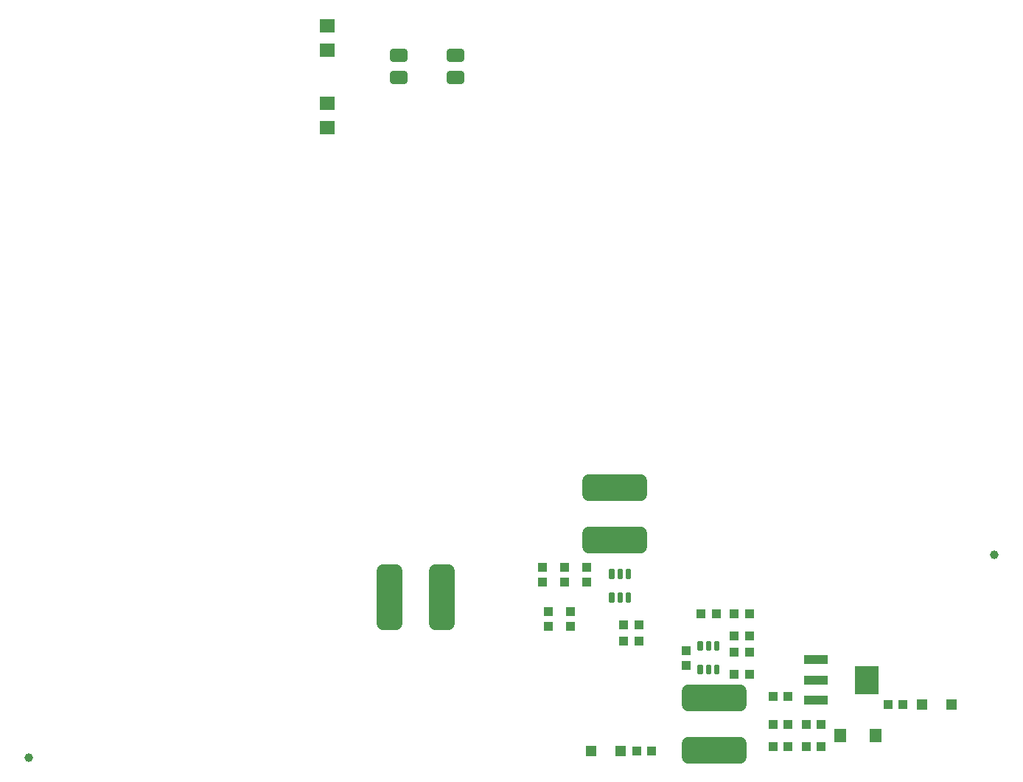
<source format=gbr>
G04 EAGLE Gerber RS-274X export*
G75*
%MOMM*%
%FSLAX34Y34*%
%LPD*%
%INSolderpaste Top*%
%IPPOS*%
%AMOC8*
5,1,8,0,0,1.08239X$1,22.5*%
G01*
%ADD10R,1.100000X1.000000*%
%ADD11R,1.000000X1.100000*%
%ADD12C,0.775000*%
%ADD13R,1.400000X1.640000*%
%ADD14C,1.000000*%
%ADD15R,2.700000X3.300000*%
%ADD16R,2.700000X1.000000*%
%ADD17C,0.300000*%
%ADD18R,1.803000X1.600000*%
%ADD19C,1.500000*%
%ADD20R,1.300000X1.300000*%


D10*
X791600Y196850D03*
X808600Y196850D03*
X791600Y177800D03*
X808600Y177800D03*
D11*
X749300Y245500D03*
X749300Y262500D03*
D10*
X918600Y139700D03*
X935600Y139700D03*
X963050Y82550D03*
X980050Y82550D03*
X963050Y114300D03*
X980050Y114300D03*
X963050Y57150D03*
X980050Y57150D03*
X1018150Y57150D03*
X1001150Y57150D03*
X1001150Y82550D03*
X1018150Y82550D03*
D11*
X863600Y150250D03*
X863600Y167250D03*
D12*
X604275Y829375D02*
X591025Y829375D01*
X604275Y829375D02*
X604275Y821625D01*
X591025Y821625D01*
X591025Y829375D01*
X591025Y828987D02*
X604275Y828987D01*
X604275Y854775D02*
X591025Y854775D01*
X604275Y854775D02*
X604275Y847025D01*
X591025Y847025D01*
X591025Y854775D01*
X591025Y854387D02*
X604275Y854387D01*
X539275Y854775D02*
X526025Y854775D01*
X539275Y854775D02*
X539275Y847025D01*
X526025Y847025D01*
X526025Y854775D01*
X526025Y854387D02*
X539275Y854387D01*
X539275Y829375D02*
X526025Y829375D01*
X539275Y829375D02*
X539275Y821625D01*
X526025Y821625D01*
X526025Y829375D01*
X526025Y828987D02*
X539275Y828987D01*
D13*
X1040300Y69850D03*
X1080600Y69850D03*
D14*
X1217250Y276850D03*
D15*
X1070900Y133350D03*
D16*
X1011900Y110350D03*
X1011900Y133350D03*
X1011900Y156350D03*
D17*
X779400Y250800D02*
X776400Y250800D01*
X776400Y258800D01*
X779400Y258800D01*
X779400Y250800D01*
X779400Y253650D02*
X776400Y253650D01*
X776400Y256500D02*
X779400Y256500D01*
X795400Y250800D02*
X798400Y250800D01*
X795400Y250800D02*
X795400Y258800D01*
X798400Y258800D01*
X798400Y250800D01*
X798400Y253650D02*
X795400Y253650D01*
X795400Y256500D02*
X798400Y256500D01*
X798400Y223800D02*
X795400Y223800D01*
X795400Y231800D01*
X798400Y231800D01*
X798400Y223800D01*
X798400Y226650D02*
X795400Y226650D01*
X795400Y229500D02*
X798400Y229500D01*
X788900Y223800D02*
X785900Y223800D01*
X785900Y231800D01*
X788900Y231800D01*
X788900Y223800D01*
X788900Y226650D02*
X785900Y226650D01*
X785900Y229500D02*
X788900Y229500D01*
X779400Y223800D02*
X776400Y223800D01*
X776400Y231800D01*
X779400Y231800D01*
X779400Y223800D01*
X779400Y226650D02*
X776400Y226650D01*
X776400Y229500D02*
X779400Y229500D01*
X785900Y250800D02*
X788900Y250800D01*
X785900Y250800D02*
X785900Y258800D01*
X788900Y258800D01*
X788900Y250800D01*
X788900Y253650D02*
X785900Y253650D01*
X785900Y256500D02*
X788900Y256500D01*
X897000Y149250D02*
X900000Y149250D01*
X900000Y141250D01*
X897000Y141250D01*
X897000Y149250D01*
X897000Y144100D02*
X900000Y144100D01*
X900000Y146950D02*
X897000Y146950D01*
X881000Y149250D02*
X878000Y149250D01*
X881000Y149250D02*
X881000Y141250D01*
X878000Y141250D01*
X878000Y149250D01*
X878000Y144100D02*
X881000Y144100D01*
X881000Y146950D02*
X878000Y146950D01*
X878000Y176250D02*
X881000Y176250D01*
X881000Y168250D01*
X878000Y168250D01*
X878000Y176250D01*
X878000Y171100D02*
X881000Y171100D01*
X881000Y173950D02*
X878000Y173950D01*
X887500Y176250D02*
X890500Y176250D01*
X890500Y168250D01*
X887500Y168250D01*
X887500Y176250D01*
X887500Y171100D02*
X890500Y171100D01*
X890500Y173950D02*
X887500Y173950D01*
X897000Y176250D02*
X900000Y176250D01*
X900000Y168250D01*
X897000Y168250D01*
X897000Y176250D01*
X897000Y171100D02*
X900000Y171100D01*
X900000Y173950D02*
X897000Y173950D01*
X890500Y149250D02*
X887500Y149250D01*
X890500Y149250D02*
X890500Y141250D01*
X887500Y141250D01*
X887500Y149250D01*
X887500Y144100D02*
X890500Y144100D01*
X890500Y146950D02*
X887500Y146950D01*
D18*
X450850Y884170D03*
X450850Y855730D03*
X450850Y795270D03*
X450850Y766830D03*
D10*
X730250Y211700D03*
X730250Y194700D03*
X704850Y194700D03*
X704850Y211700D03*
D11*
X897500Y209550D03*
X880500Y209550D03*
X935600Y209550D03*
X918600Y209550D03*
X935600Y165100D03*
X918600Y165100D03*
X918600Y184150D03*
X935600Y184150D03*
D10*
X723900Y262500D03*
X723900Y245500D03*
X698500Y262500D03*
X698500Y245500D03*
D19*
X529950Y198600D02*
X514950Y198600D01*
X514950Y258600D01*
X529950Y258600D01*
X529950Y198600D01*
X529950Y212850D02*
X514950Y212850D01*
X514950Y227100D02*
X529950Y227100D01*
X529950Y241350D02*
X514950Y241350D01*
X514950Y255600D02*
X529950Y255600D01*
X574950Y198600D02*
X589950Y198600D01*
X574950Y198600D02*
X574950Y258600D01*
X589950Y258600D01*
X589950Y198600D01*
X589950Y212850D02*
X574950Y212850D01*
X574950Y227100D02*
X589950Y227100D01*
X589950Y241350D02*
X574950Y241350D01*
X574950Y255600D02*
X589950Y255600D01*
X811050Y286350D02*
X811050Y301350D01*
X811050Y286350D02*
X751050Y286350D01*
X751050Y301350D01*
X811050Y301350D01*
X811050Y300600D02*
X751050Y300600D01*
X811050Y346350D02*
X811050Y361350D01*
X811050Y346350D02*
X751050Y346350D01*
X751050Y361350D01*
X811050Y361350D01*
X811050Y360600D02*
X751050Y360600D01*
X865350Y120050D02*
X865350Y105050D01*
X865350Y120050D02*
X925350Y120050D01*
X925350Y105050D01*
X865350Y105050D01*
X865350Y119300D02*
X925350Y119300D01*
X865350Y60050D02*
X865350Y45050D01*
X865350Y60050D02*
X925350Y60050D01*
X925350Y45050D01*
X865350Y45050D01*
X865350Y59300D02*
X925350Y59300D01*
D14*
X107950Y44450D03*
D20*
X754000Y52000D03*
X788000Y52000D03*
X1168000Y105000D03*
X1134000Y105000D03*
D11*
X823500Y52000D03*
X806500Y52000D03*
X1095500Y105000D03*
X1112500Y105000D03*
M02*

</source>
